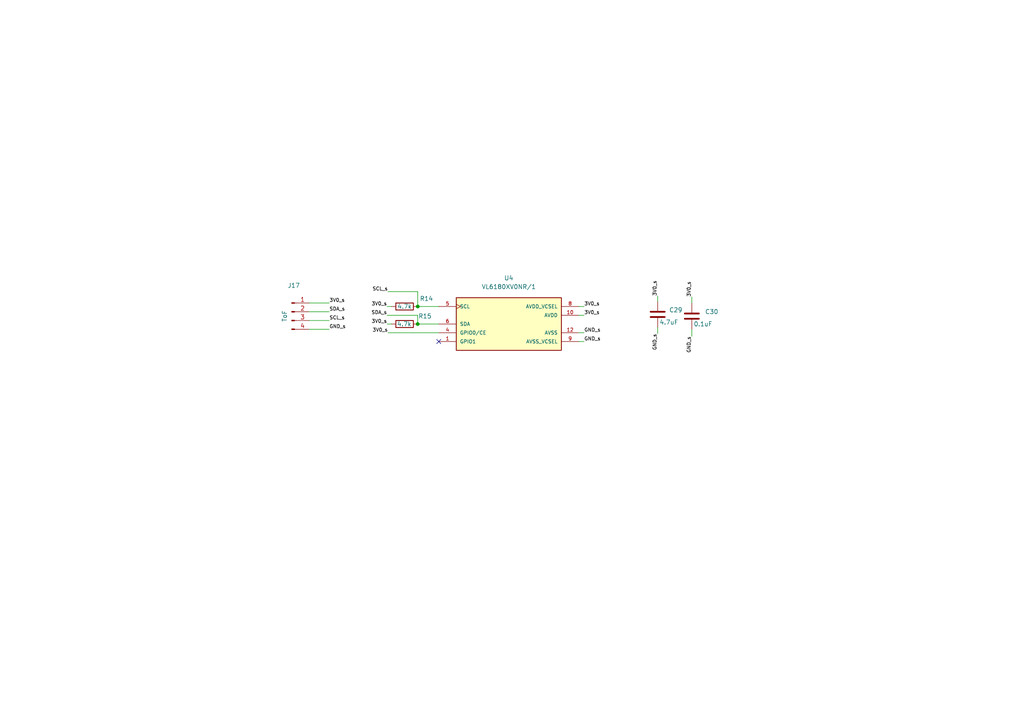
<source format=kicad_sch>
(kicad_sch (version 20211123) (generator eeschema)
  (paper "A4")
  (title_block (title "MUSHAK_PCB") (date "9 Aug 2022") (company "SRA-VJTI") (comment 1 "Designed by - Chinmay Lonkar"))
  (lib_symbols
    (symbol "Connector:Conn_01x04_Male" (pin_names (offset 1.016) hide)
      (property "Reference" "J" (at 0 5.08 0))
      (property "Value" "Conn_01x04_Male" (at 0 -7.62 0))
      (symbol "Conn_01x04_Male_1_1"
        (polyline (pts (xy 1.27 -5.08) (xy 0.8636 -5.08)) (stroke (width 0.1524)))
        (polyline (pts (xy 1.27 -2.54) (xy 0.8636 -2.54)) (stroke (width 0.1524)))
        (polyline (pts (xy 1.27 0) (xy 0.8636 0)) (stroke (width 0.1524)))
        (polyline (pts (xy 1.27 2.54) (xy 0.8636 2.54)) (stroke (width 0.1524)))
        (rectangle (start 0.8636 -4.953) (end 0 -5.207) (stroke (width 0.1524)) (fill (type outline)))
        (rectangle (start 0.8636 -2.413) (end 0 -2.667) (stroke (width 0.1524)) (fill (type outline)))
        (rectangle (start 0.8636 0.127) (end 0 -0.127) (stroke (width 0.1524)) (fill (type outline)))
        (rectangle (start 0.8636 2.667) (end 0 2.413) (stroke (width 0.1524)) (fill (type outline)))
        (pin passive line (at 5.08 2.54 180) (length 3.81) (name "Pin_1") (number "1"))
        (pin passive line (at 5.08 0 180) (length 3.81) (name "Pin_2") (number "2"))
        (pin passive line (at 5.08 -2.54 180) (length 3.81) (name "Pin_3") (number "3"))
        (pin passive line (at 5.08 -5.08 180) (length 3.81) (name "Pin_4") (number "4"))
      )
    )
    (symbol "Device:C" (pin_numbers hide) (pin_names (offset 0.254))
      (property "Reference" "C" (at 0.635 2.54 0))
      (property "Value" "C" (at 0.635 -2.54 0))
      (symbol "C_0_1"
        (polyline (pts (xy -2.032 -0.762) (xy 2.032 -0.762)) (stroke (width 0.508)))
        (polyline (pts (xy -2.032 0.762) (xy 2.032 0.762)) (stroke (width 0.508)))
      )
      (symbol "C_1_1"
        (pin passive line (at 0 3.81 270) (length 2.794) (name "~") (number "1"))
        (pin passive line (at 0 -3.81 90) (length 2.794) (name "~") (number "2"))
      )
    )
    (symbol "Device:R" (pin_numbers hide) (pin_names (offset 0))
      (property "Reference" "R" (at 2.032 0 90))
      (property "Value" "R" (at 0 0 90))
      (symbol "R_0_1"
        (rectangle (start -1.016 -2.54) (end 1.016 2.54) (stroke (width 0.254)))
      )
      (symbol "R_1_1"
        (pin passive line (at 0 3.81 270) (length 1.27) (name "~") (number "1"))
        (pin passive line (at 0 -3.81 90) (length 1.27) (name "~") (number "2"))
      )
    )
    (symbol "VL6180XV0NR_1:VL6180XV0NR{slash}1" (pin_names (offset 1.016))
      (property "Reference" "U" (at -15.2654 7.62 0))
      (property "Value" "VL6180XV0NR{slash}1" (at -15.24 -10.16 0))
      (symbol "VL6180XV0NR{slash}1_0_0"
        (rectangle (start -15.24 -7.62) (end 15.24 7.62) (stroke (width 0.254)) (fill (type background)))
        (pin bidirectional line (at -20.32 -5.08 0) (length 5.08) (name "GPIO1") (number "1"))
        (pin power_in line (at 20.32 2.54 180) (length 5.08) (name "AVDD") (number "10"))
        (pin power_in line (at 20.32 -2.54 180) (length 5.08) (name "AVSS") (number "12"))
        (pin bidirectional line (at -20.32 -2.54 0) (length 5.08) (name "GPIO0/CE") (number "4"))
        (pin input clock (at -20.32 5.08 0) (length 5.08) (name "SCL") (number "5"))
        (pin bidirectional line (at -20.32 0 0) (length 5.08) (name "SDA") (number "6"))
        (pin power_in line (at 20.32 5.08 180) (length 5.08) (name "AVDD_VCSEL") (number "8"))
        (pin power_in line (at 20.32 -5.08 180) (length 5.08) (name "AVSS_VCSEL") (number "9"))
      )
    )
  )
  (junction (at 121.158 88.9))
  (junction (at 121.158 93.98))
  (no_connect (at 127.254 99.06))
  (wire (pts (xy 190.754 85.852) (xy 190.754 87.376)))
  (wire (pts (xy 89.662 95.504) (xy 95.504 95.504)))
  (wire (pts (xy 190.754 94.996) (xy 190.754 96.774)))
  (wire (pts (xy 112.522 84.582) (xy 121.158 84.582)))
  (wire (pts (xy 167.894 99.06) (xy 169.418 99.06)))
  (wire (pts (xy 112.268 88.9) (xy 113.538 88.9)))
  (wire (pts (xy 167.894 91.44) (xy 169.418 91.44)))
  (wire (pts (xy 121.158 93.98) (xy 127.254 93.98)))
  (wire (pts (xy 121.158 84.582) (xy 121.158 88.9)))
  (wire (pts (xy 200.66 86.106) (xy 200.66 87.884)))
  (wire (pts (xy 112.268 93.98) (xy 113.538 93.98)))
  (wire (pts (xy 121.158 88.9) (xy 127.254 88.9)))
  (wire (pts (xy 89.662 92.964) (xy 95.504 92.964)))
  (wire (pts (xy 89.662 87.884) (xy 95.504 87.884)))
  (wire (pts (xy 167.894 96.52) (xy 169.418 96.52)))
  (wire (pts (xy 89.662 90.424) (xy 95.504 90.424)))
  (wire (pts (xy 112.522 96.52) (xy 127.254 96.52)))
  (wire (pts (xy 167.894 88.9) (xy 169.418 88.9)))
  (wire (pts (xy 121.158 91.44) (xy 112.268 91.44)))
  (wire (pts (xy 200.66 95.504) (xy 200.66 97.536)))
  (wire (pts (xy 121.158 93.98) (xy 121.158 91.44)))
  (label "SCL_s" (at 95.504 92.964 0) (effects (font (size 1 1))))
  (label "SDA_s" (at 95.504 90.424 0) (effects (font (size 1 1))))
  (label "3V0_s" (at 95.504 87.884 0) (effects (font (size 1 1))))
  (label "3V0_s" (at 190.754 85.852 90) (effects (font (size 1 1))))
  (label "3V0_s" (at 169.418 88.9 0) (effects (font (size 1 1))))
  (label "3V0_s" (at 112.268 93.98 180) (effects (font (size 1 1))))
  (label "GND_s" (at 200.66 97.536 270) (effects (font (size 1 1))))
  (label "SDA_s" (at 112.268 91.44 180) (effects (font (size 1 1))))
  (label "3V0_s" (at 169.418 91.44 0) (effects (font (size 1 1))))
  (label "GND_s" (at 169.418 99.06 0) (effects (font (size 1 1))))
  (label "GND_s" (at 95.504 95.504 0) (effects (font (size 1 1))))
  (label "3V0_s" (at 200.66 86.106 90) (effects (font (size 1 1))))
  (label "3V0_s" (at 112.522 96.52 180) (effects (font (size 1 1))))
  (label "3V0_s" (at 112.268 88.9 180) (effects (font (size 1 1))))
  (label "SCL_s" (at 112.522 84.582 180) (effects (font (size 1 1))))
  (label "GND_s" (at 169.418 96.52 0) (effects (font (size 1 1))))
  (label "GND_s" (at 190.754 96.774 270) (effects (font (size 1 1))))
  (symbol (lib_id "Connector:Conn_01x04_Male") (at 84.582 90.424 0) (unit 1)
    (property "Reference" "J17" (at 85.217 82.804 0))
    (property "Value" "ToF" (at 82.55 91.694 90))
    (property "Footprint" "mushak_mount_footprint:STAND_SLAVE_04" (effects hide))
  )
  (symbol (lib_id "VL6180XV0NR_1:VL6180XV0NR{slash}1") (at 147.574 93.98 0) (unit 1)
    (property "Reference" "U4" (at 147.574 80.645 0))
    (property "Value" "VL6180XV0NR/1" (at 147.574 83.185 0))
    (property "Footprint" "VL6180XV0NR_1:LGA12R75P2X6_280X480X110" (effects hide))
    (property "MANUFACTURER" "ST Microelectronics" (effects hide))
  )
  (symbol (lib_id "Device:C") (at 200.66 91.694 0) (unit 1)
    (property "Reference" "C30" (at 204.47 90.4239 0) (effects (justify left)))
    (property "Value" "0.1uF" (at 201.168 93.98 0) (effects (justify left)))
    (property "Footprint" "Capacitor_SMD:C_0201_0603Metric" (effects hide))
  )
  (symbol (lib_id "Device:R") (at 117.348 88.9 270) (unit 1)
    (property "Reference" "R14" (at 123.698 86.614 90))
    (property "Value" "4.7k" (at 117.348 88.9 90))
    (property "Footprint" "Resistor_SMD:R_0201_0603Metric" (effects hide))
  )
  (symbol (lib_id "Device:R") (at 117.348 93.98 270) (unit 1)
    (property "Reference" "R15" (at 125.222 91.694 90) (effects (justify right)))
    (property "Value" "4.7k" (at 119.38 93.98 90) (effects (justify right)))
    (property "Footprint" "Resistor_SMD:R_0201_0603Metric" (effects hide))
  )
  (symbol (lib_id "Device:C") (at 190.754 91.186 0) (unit 1)
    (property "Reference" "C29" (at 194.056 89.9159 0) (effects (justify left)))
    (property "Value" "4.7uF" (at 191.262 93.472 0) (effects (justify left)))
    (property "Footprint" "Capacitor_SMD:C_0402_1005Metric" (effects hide))
  )
)
</source>
